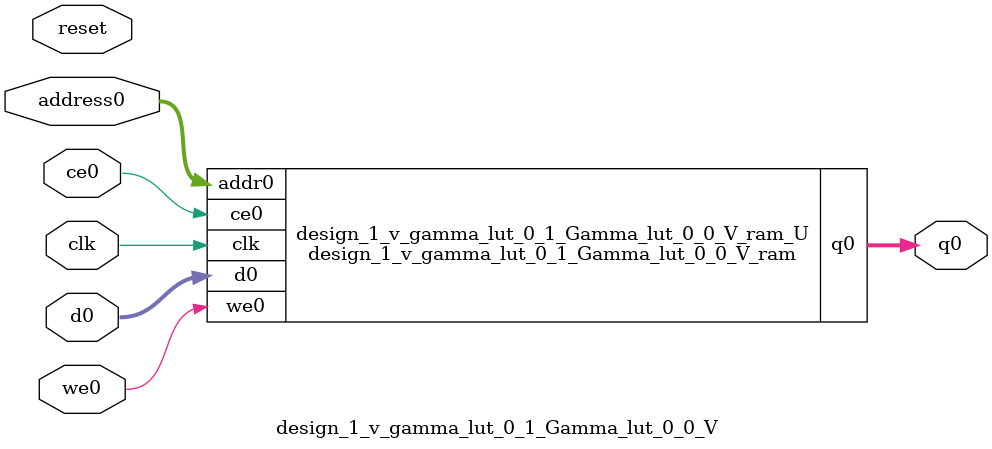
<source format=v>
`timescale 1 ns / 1 ps
module design_1_v_gamma_lut_0_1_Gamma_lut_0_0_V_ram (addr0, ce0, d0, we0, q0,  clk);

parameter DWIDTH = 10;
parameter AWIDTH = 10;
parameter MEM_SIZE = 1024;

input[AWIDTH-1:0] addr0;
input ce0;
input[DWIDTH-1:0] d0;
input we0;
output reg[DWIDTH-1:0] q0;
input clk;

(* ram_style = "block" *)reg [DWIDTH-1:0] ram[0:MEM_SIZE-1];




always @(posedge clk)  
begin 
    if (ce0) begin
        if (we0) 
            ram[addr0] <= d0; 
        q0 <= ram[addr0];
    end
end


endmodule

`timescale 1 ns / 1 ps
module design_1_v_gamma_lut_0_1_Gamma_lut_0_0_V(
    reset,
    clk,
    address0,
    ce0,
    we0,
    d0,
    q0);

parameter DataWidth = 32'd10;
parameter AddressRange = 32'd1024;
parameter AddressWidth = 32'd10;
input reset;
input clk;
input[AddressWidth - 1:0] address0;
input ce0;
input we0;
input[DataWidth - 1:0] d0;
output[DataWidth - 1:0] q0;



design_1_v_gamma_lut_0_1_Gamma_lut_0_0_V_ram design_1_v_gamma_lut_0_1_Gamma_lut_0_0_V_ram_U(
    .clk( clk ),
    .addr0( address0 ),
    .ce0( ce0 ),
    .we0( we0 ),
    .d0( d0 ),
    .q0( q0 ));

endmodule


</source>
